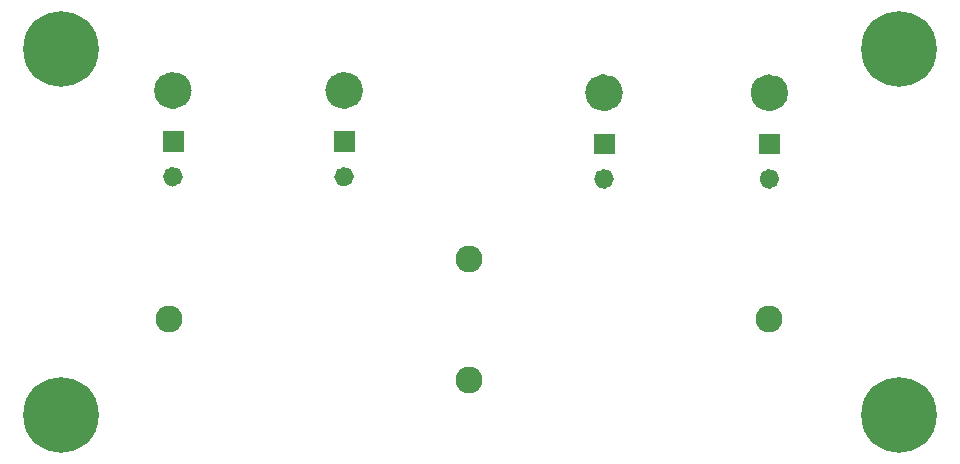
<source format=gbr>
%TF.GenerationSoftware,KiCad,Pcbnew,7.0.1*%
%TF.CreationDate,2023-07-05T17:42:56-06:00*%
%TF.ProjectId,Discharge_Switch,44697363-6861-4726-9765-5f5377697463,1*%
%TF.SameCoordinates,Original*%
%TF.FileFunction,Soldermask,Bot*%
%TF.FilePolarity,Negative*%
%FSLAX46Y46*%
G04 Gerber Fmt 4.6, Leading zero omitted, Abs format (unit mm)*
G04 Created by KiCad (PCBNEW 7.0.1) date 2023-07-05 17:42:56*
%MOMM*%
%LPD*%
G01*
G04 APERTURE LIST*
%ADD10C,0.836200*%
%ADD11C,1.576200*%
%ADD12C,0.010000*%
%ADD13C,2.286000*%
%ADD14C,0.800000*%
%ADD15C,6.400000*%
%ADD16C,3.000000*%
G04 APERTURE END LIST*
D10*
%TO.C,J3*%
X149721044Y-87302944D02*
G75*
G03*
X149721044Y-87302944I-418100J0D01*
G01*
D11*
X150091044Y-80002944D02*
G75*
G03*
X150091044Y-80002944I-788100J0D01*
G01*
D12*
X150139144Y-85139144D02*
X148466744Y-85139144D01*
X148466744Y-83466744D01*
X150139144Y-83466744D01*
X150139144Y-85139144D01*
G36*
X150139144Y-85139144D02*
G01*
X148466744Y-85139144D01*
X148466744Y-83466744D01*
X150139144Y-83466744D01*
X150139144Y-85139144D01*
G37*
D10*
%TO.C,J2*%
X163721044Y-87302944D02*
G75*
G03*
X163721044Y-87302944I-418100J0D01*
G01*
D11*
X164091044Y-80002944D02*
G75*
G03*
X164091044Y-80002944I-788100J0D01*
G01*
D12*
X164139144Y-85139144D02*
X162466744Y-85139144D01*
X162466744Y-83466744D01*
X164139144Y-83466744D01*
X164139144Y-85139144D01*
G36*
X164139144Y-85139144D02*
G01*
X162466744Y-85139144D01*
X162466744Y-83466744D01*
X164139144Y-83466744D01*
X164139144Y-85139144D01*
G37*
D10*
%TO.C,J1*%
X113221044Y-87112944D02*
G75*
G03*
X113221044Y-87112944I-418100J0D01*
G01*
D11*
X113591044Y-79812944D02*
G75*
G03*
X113591044Y-79812944I-788100J0D01*
G01*
D12*
X113639144Y-84949144D02*
X111966744Y-84949144D01*
X111966744Y-83276744D01*
X113639144Y-83276744D01*
X113639144Y-84949144D01*
G36*
X113639144Y-84949144D02*
G01*
X111966744Y-84949144D01*
X111966744Y-83276744D01*
X113639144Y-83276744D01*
X113639144Y-84949144D01*
G37*
D10*
%TO.C,J4*%
X127721044Y-87112944D02*
G75*
G03*
X127721044Y-87112944I-418100J0D01*
G01*
D11*
X128091044Y-79812944D02*
G75*
G03*
X128091044Y-79812944I-788100J0D01*
G01*
D12*
X128139144Y-84949144D02*
X126466744Y-84949144D01*
X126466744Y-83276744D01*
X128139144Y-83276744D01*
X128139144Y-84949144D01*
G36*
X128139144Y-84949144D02*
G01*
X126466744Y-84949144D01*
X126466744Y-83276744D01*
X128139144Y-83276744D01*
X128139144Y-84949144D01*
G37*
%TD*%
D13*
%TO.C,K1*%
X112502944Y-99202944D03*
X163302944Y-99202944D03*
X137902944Y-94102944D03*
X137902944Y-104302944D03*
%TD*%
D14*
%TO.C,H1*%
X100902944Y-76302944D03*
X101605888Y-74605888D03*
X101605888Y-78000000D03*
X103302944Y-73902944D03*
D15*
X103302944Y-76302944D03*
D14*
X103302944Y-78702944D03*
X105000000Y-74605888D03*
X105000000Y-78000000D03*
X105702944Y-76302944D03*
%TD*%
%TO.C,H4*%
X171902944Y-107302944D03*
X172605888Y-105605888D03*
X172605888Y-109000000D03*
X174302944Y-104902944D03*
D15*
X174302944Y-107302944D03*
D14*
X174302944Y-109702944D03*
X176000000Y-105605888D03*
X176000000Y-109000000D03*
X176702944Y-107302944D03*
%TD*%
D16*
%TO.C,J3*%
X149302944Y-80002944D03*
%TD*%
D14*
%TO.C,H2*%
X100902944Y-107302944D03*
X101605888Y-105605888D03*
X101605888Y-109000000D03*
X103302944Y-104902944D03*
D15*
X103302944Y-107302944D03*
D14*
X103302944Y-109702944D03*
X105000000Y-105605888D03*
X105000000Y-109000000D03*
X105702944Y-107302944D03*
%TD*%
D16*
%TO.C,J2*%
X163302944Y-80002944D03*
%TD*%
D14*
%TO.C,H3*%
X171902944Y-76302944D03*
X172605888Y-74605888D03*
X172605888Y-78000000D03*
X174302944Y-73902944D03*
D15*
X174302944Y-76302944D03*
D14*
X174302944Y-78702944D03*
X176000000Y-74605888D03*
X176000000Y-78000000D03*
X176702944Y-76302944D03*
%TD*%
D16*
%TO.C,J1*%
X112802944Y-79812944D03*
%TD*%
%TO.C,J4*%
X127302944Y-79812944D03*
%TD*%
M02*

</source>
